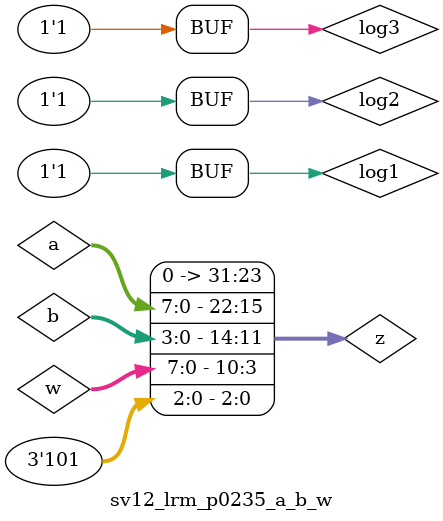
<source format=sv>

module sv12_lrm_p0235_a_b_w;

  logic [7:0] a,b,w;
  logic [31:0] z;
  logic log1, log2, log3;

  initial begin
    z = {a, b[3:0], w, 3'b101} ; // equivalent to the following 
    z = {a, b[3], b[2], b[1], b[0], w, 1'b1, 1'b0, 1'b1};
  
    {log1, log2, log3} = 3'b111;
    {log1, log2, log3} = {1'b1, 1'b1, 1'b1}; // same effect as 3'b111
  end
endmodule : sv12_lrm_p0235_a_b_w

</source>
